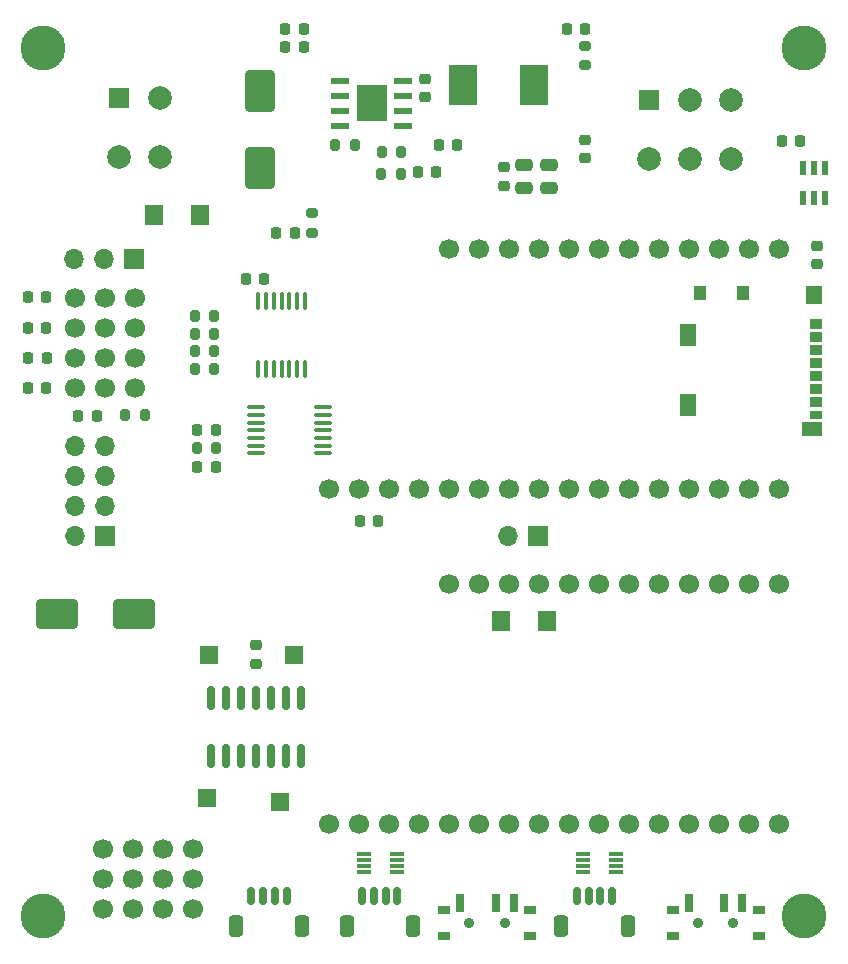
<source format=gbr>
%TF.GenerationSoftware,KiCad,Pcbnew,8.0.3*%
%TF.CreationDate,2024-12-09T22:45:42-06:00*%
%TF.ProjectId,M4_CAN_Feather_Carrier,4d345f43-414e-45f4-9665-61746865725f,6*%
%TF.SameCoordinates,Original*%
%TF.FileFunction,Soldermask,Top*%
%TF.FilePolarity,Negative*%
%FSLAX46Y46*%
G04 Gerber Fmt 4.6, Leading zero omitted, Abs format (unit mm)*
G04 Created by KiCad (PCBNEW 8.0.3) date 2024-12-09 22:45:42*
%MOMM*%
%LPD*%
G01*
G04 APERTURE LIST*
G04 Aperture macros list*
%AMRoundRect*
0 Rectangle with rounded corners*
0 $1 Rounding radius*
0 $2 $3 $4 $5 $6 $7 $8 $9 X,Y pos of 4 corners*
0 Add a 4 corners polygon primitive as box body*
4,1,4,$2,$3,$4,$5,$6,$7,$8,$9,$2,$3,0*
0 Add four circle primitives for the rounded corners*
1,1,$1+$1,$2,$3*
1,1,$1+$1,$4,$5*
1,1,$1+$1,$6,$7*
1,1,$1+$1,$8,$9*
0 Add four rect primitives between the rounded corners*
20,1,$1+$1,$2,$3,$4,$5,0*
20,1,$1+$1,$4,$5,$6,$7,0*
20,1,$1+$1,$6,$7,$8,$9,0*
20,1,$1+$1,$8,$9,$2,$3,0*%
G04 Aperture macros list end*
%ADD10RoundRect,0.250000X1.500000X1.000000X-1.500000X1.000000X-1.500000X-1.000000X1.500000X-1.000000X0*%
%ADD11RoundRect,0.250000X1.000000X-1.500000X1.000000X1.500000X-1.000000X1.500000X-1.000000X-1.500000X0*%
%ADD12RoundRect,0.225000X0.225000X0.250000X-0.225000X0.250000X-0.225000X-0.250000X0.225000X-0.250000X0*%
%ADD13R,1.500000X1.500000*%
%ADD14R,2.600000X3.100000*%
%ADD15R,1.550000X0.600000*%
%ADD16RoundRect,0.200000X0.200000X0.275000X-0.200000X0.275000X-0.200000X-0.275000X0.200000X-0.275000X0*%
%ADD17RoundRect,0.200000X-0.275000X0.200000X-0.275000X-0.200000X0.275000X-0.200000X0.275000X0.200000X0*%
%ADD18RoundRect,0.218750X0.218750X0.256250X-0.218750X0.256250X-0.218750X-0.256250X0.218750X-0.256250X0*%
%ADD19R,1.100000X0.850000*%
%ADD20R,1.100000X0.750000*%
%ADD21R,1.800000X1.170000*%
%ADD22R,1.350000X1.900000*%
%ADD23R,1.000000X1.200000*%
%ADD24R,1.350000X1.550000*%
%ADD25RoundRect,0.250000X-0.475000X0.250000X-0.475000X-0.250000X0.475000X-0.250000X0.475000X0.250000X0*%
%ADD26C,3.800000*%
%ADD27R,1.520000X1.680000*%
%ADD28RoundRect,0.087500X0.537500X0.087500X-0.537500X0.087500X-0.537500X-0.087500X0.537500X-0.087500X0*%
%ADD29RoundRect,0.200000X0.275000X-0.200000X0.275000X0.200000X-0.275000X0.200000X-0.275000X-0.200000X0*%
%ADD30RoundRect,0.225000X-0.250000X0.225000X-0.250000X-0.225000X0.250000X-0.225000X0.250000X0.225000X0*%
%ADD31RoundRect,0.225000X0.250000X-0.225000X0.250000X0.225000X-0.250000X0.225000X-0.250000X-0.225000X0*%
%ADD32RoundRect,0.100000X0.637500X0.100000X-0.637500X0.100000X-0.637500X-0.100000X0.637500X-0.100000X0*%
%ADD33RoundRect,0.225000X-0.225000X-0.250000X0.225000X-0.250000X0.225000X0.250000X-0.225000X0.250000X0*%
%ADD34R,2.350000X3.500000*%
%ADD35RoundRect,0.150000X-0.150000X0.825000X-0.150000X-0.825000X0.150000X-0.825000X0.150000X0.825000X0*%
%ADD36C,1.700000*%
%ADD37R,1.700000X1.700000*%
%ADD38O,1.700000X1.700000*%
%ADD39RoundRect,0.200000X-0.200000X-0.275000X0.200000X-0.275000X0.200000X0.275000X-0.200000X0.275000X0*%
%ADD40RoundRect,0.218750X-0.218750X-0.256250X0.218750X-0.256250X0.218750X0.256250X-0.218750X0.256250X0*%
%ADD41C,0.900000*%
%ADD42R,0.700000X1.500000*%
%ADD43R,1.000000X0.800000*%
%ADD44R,0.500000X1.250000*%
%ADD45RoundRect,0.100000X-0.100000X0.637500X-0.100000X-0.637500X0.100000X-0.637500X0.100000X0.637500X0*%
%ADD46RoundRect,0.150000X0.150000X0.625000X-0.150000X0.625000X-0.150000X-0.625000X0.150000X-0.625000X0*%
%ADD47RoundRect,0.250000X0.350000X0.650000X-0.350000X0.650000X-0.350000X-0.650000X0.350000X-0.650000X0*%
%ADD48R,1.800000X1.800000*%
%ADD49C,2.000000*%
G04 APERTURE END LIST*
D10*
%TO.C,C26*%
X7750000Y-47900000D03*
X1250000Y-47900000D03*
%TD*%
D11*
%TO.C,C1*%
X18400000Y-10130000D03*
X18400000Y-3630000D03*
%TD*%
D12*
%TO.C,C21*%
X14645000Y-32310000D03*
X13095000Y-32310000D03*
%TD*%
D13*
%TO.C,TP4*%
X20100000Y-63800000D03*
%TD*%
D14*
%TO.C,U1*%
X27850000Y-4670000D03*
D15*
X25150000Y-2765000D03*
X25150000Y-4035000D03*
X25150000Y-5305000D03*
X25150000Y-6575000D03*
X30550000Y-6575000D03*
X30550000Y-5305000D03*
X30550000Y-4035000D03*
X30550000Y-2765000D03*
%TD*%
D16*
%TO.C,R7*%
X8625000Y-31100000D03*
X6975000Y-31100000D03*
%TD*%
D17*
%TO.C,R105*%
X22820000Y-13965000D03*
X22820000Y-15615000D03*
%TD*%
D18*
%TO.C,D1*%
X320000Y-21060000D03*
X-1255000Y-21060000D03*
%TD*%
D19*
%TO.C,X3*%
X65465820Y-23395000D03*
X65465820Y-24495000D03*
X65465820Y-25595000D03*
X65465820Y-26695000D03*
X65465820Y-27795000D03*
X65465820Y-28895000D03*
X65465820Y-29995000D03*
D20*
X65465820Y-31045000D03*
D21*
X65115820Y-32255000D03*
D22*
X54640820Y-30230000D03*
X54640820Y-24260000D03*
D23*
X55615820Y-20760000D03*
X59315820Y-20760000D03*
D24*
X65340820Y-20935000D03*
%TD*%
D25*
%TO.C,C8*%
X40790000Y-9910000D03*
X40790000Y-11810000D03*
%TD*%
D18*
%TO.C,D2*%
X320000Y-28752300D03*
X-1255000Y-28752300D03*
%TD*%
%TO.C,D4*%
X320000Y-23672300D03*
X-1255000Y-23672300D03*
%TD*%
D26*
%TO.C,H2*%
X0Y-73500000D03*
%TD*%
D27*
%TO.C,D101*%
X13350000Y-14150000D03*
X9450000Y-14150000D03*
%TD*%
D28*
%TO.C,U7*%
X48520000Y-69750000D03*
X48520000Y-69250000D03*
X48520000Y-68750000D03*
X48520000Y-68250000D03*
X45720000Y-68250000D03*
X45720000Y-68750000D03*
X45720000Y-69250000D03*
X45720000Y-69750000D03*
%TD*%
D26*
%TO.C,H1*%
X0Y0D03*
%TD*%
%TO.C,H4*%
X64500000Y0D03*
%TD*%
D29*
%TO.C,R104*%
X45910000Y-1455000D03*
X45910000Y195000D03*
%TD*%
D30*
%TO.C,C10*%
X45950000Y-7765000D03*
X45950000Y-9315000D03*
%TD*%
D18*
%TO.C,D3*%
X332500Y-26210000D03*
X-1242500Y-26210000D03*
%TD*%
D12*
%TO.C,C3*%
X22090000Y1640000D03*
X20540000Y1640000D03*
%TD*%
D31*
%TO.C,C22*%
X18030000Y-52125000D03*
X18030000Y-50575000D03*
%TD*%
D16*
%TO.C,R3*%
X14537000Y-24168500D03*
X12887000Y-24168500D03*
%TD*%
D32*
%TO.C,U3*%
X23762500Y-34300000D03*
X23762500Y-33650000D03*
X23762500Y-33000000D03*
X23762500Y-32350000D03*
X23762500Y-31700000D03*
X23762500Y-31050000D03*
X23762500Y-30400000D03*
X18037500Y-30400000D03*
X18037500Y-31050000D03*
X18037500Y-31700000D03*
X18037500Y-32350000D03*
X18037500Y-33000000D03*
X18037500Y-33650000D03*
X18037500Y-34300000D03*
%TD*%
D33*
%TO.C,C24*%
X26835000Y-40000000D03*
X28385000Y-40000000D03*
%TD*%
D12*
%TO.C,C20*%
X14652500Y-35470000D03*
X13102500Y-35470000D03*
%TD*%
D34*
%TO.C,L1*%
X35555000Y-3120000D03*
X41605000Y-3120000D03*
%TD*%
D35*
%TO.C,U4*%
X21844000Y-55019400D03*
X20574000Y-55019400D03*
X19304000Y-55019400D03*
X18034000Y-55019400D03*
X16764000Y-55019400D03*
X15494000Y-55019400D03*
X14224000Y-55019400D03*
X14224000Y-59969400D03*
X15494000Y-59969400D03*
X16764000Y-59969400D03*
X18034000Y-59969400D03*
X19304000Y-59969400D03*
X20574000Y-59969400D03*
X21844000Y-59969400D03*
%TD*%
D36*
%TO.C,J3*%
X7787000Y-21132300D03*
X5247000Y-21132300D03*
X2707000Y-21132300D03*
X7787000Y-23672300D03*
X5247000Y-23672300D03*
X2707000Y-23672300D03*
X7787000Y-26212300D03*
X5247000Y-26212300D03*
X2707000Y-26212300D03*
X7787000Y-28752300D03*
X5247000Y-28752300D03*
X2707000Y-28752300D03*
%TD*%
D12*
%TO.C,C11*%
X64150000Y-7900000D03*
X62600000Y-7900000D03*
%TD*%
D37*
%TO.C,J5*%
X7708500Y-17850300D03*
D38*
X5168500Y-17850300D03*
X2628500Y-17850300D03*
%TD*%
D12*
%TO.C,C2*%
X22090000Y70000D03*
X20540000Y70000D03*
%TD*%
D33*
%TO.C,C23*%
X17215000Y-19520000D03*
X18765000Y-19520000D03*
%TD*%
D25*
%TO.C,C7*%
X42830000Y-9910000D03*
X42830000Y-11810000D03*
%TD*%
D36*
%TO.C,J7*%
X5115714Y-67830000D03*
X5115714Y-70370000D03*
X5115714Y-72910000D03*
X7655714Y-67830000D03*
X7655714Y-70370000D03*
X7655714Y-72910000D03*
X10195714Y-67830000D03*
X10195714Y-70370000D03*
X10195714Y-72910000D03*
X12735714Y-67830000D03*
X12735714Y-70370000D03*
X12735714Y-72910000D03*
%TD*%
D39*
%TO.C,R101*%
X24755000Y-8240000D03*
X26405000Y-8240000D03*
%TD*%
D40*
%TO.C,D102*%
X44372500Y1620000D03*
X45947500Y1620000D03*
%TD*%
D28*
%TO.C,U8*%
X30000000Y-69750000D03*
X30000000Y-69250000D03*
X30000000Y-68750000D03*
X30000000Y-68250000D03*
X27200000Y-68250000D03*
X27200000Y-68750000D03*
X27200000Y-69250000D03*
X27200000Y-69750000D03*
%TD*%
D33*
%TO.C,C6*%
X31755000Y-10460000D03*
X33305000Y-10460000D03*
%TD*%
D41*
%TO.C,S2*%
X36120000Y-74100000D03*
X39120000Y-74100000D03*
D42*
X35370000Y-72350000D03*
X38370000Y-72350000D03*
X39870000Y-72350000D03*
D43*
X33970000Y-73000000D03*
X33970000Y-75200000D03*
X41270000Y-73000000D03*
X41270000Y-75200000D03*
%TD*%
D39*
%TO.C,R103*%
X28705000Y-8780000D03*
X30355000Y-8780000D03*
%TD*%
D44*
%TO.C,IC1*%
X64350000Y-12650000D03*
X65300000Y-12650000D03*
X66250000Y-12650000D03*
X66250000Y-10150000D03*
X65300000Y-10150000D03*
X64350000Y-10150000D03*
%TD*%
D41*
%TO.C,S1*%
X55480000Y-74100000D03*
X58480000Y-74100000D03*
D42*
X54730000Y-72350000D03*
X57730000Y-72350000D03*
X59230000Y-72350000D03*
D43*
X53330000Y-73000000D03*
X53330000Y-75200000D03*
X60630000Y-73000000D03*
X60630000Y-75200000D03*
%TD*%
D45*
%TO.C,U5*%
X22175000Y-21437500D03*
X21525000Y-21437500D03*
X20875000Y-21437500D03*
X20225000Y-21437500D03*
X19575000Y-21437500D03*
X18925000Y-21437500D03*
X18275000Y-21437500D03*
X18275000Y-27162500D03*
X18925000Y-27162500D03*
X19575000Y-27162500D03*
X20225000Y-27162500D03*
X20875000Y-27162500D03*
X21525000Y-27162500D03*
X22175000Y-27162500D03*
%TD*%
D37*
%TO.C,J6*%
X41915000Y-41275000D03*
D38*
X39375000Y-41275000D03*
%TD*%
D31*
%TO.C,C5*%
X32390000Y-4175000D03*
X32390000Y-2625000D03*
%TD*%
D27*
%TO.C,D6*%
X38820000Y-48520000D03*
X42720000Y-48520000D03*
%TD*%
D13*
%TO.C,TP3*%
X13900000Y-63450000D03*
%TD*%
D16*
%TO.C,R2*%
X14537000Y-25670000D03*
X12887000Y-25670000D03*
%TD*%
D26*
%TO.C,H3*%
X64500000Y-73500000D03*
%TD*%
D46*
%TO.C,X4*%
X48220000Y-71785000D03*
X47220000Y-71785000D03*
X46220000Y-71785000D03*
X45220000Y-71785000D03*
D47*
X49520000Y-74310000D03*
X43920000Y-74310000D03*
%TD*%
D46*
%TO.C,X1*%
X20660000Y-71818800D03*
X19660000Y-71818800D03*
X18660000Y-71818800D03*
X17660000Y-71818800D03*
D47*
X21960000Y-74343800D03*
X16360000Y-74343800D03*
%TD*%
D46*
%TO.C,X2*%
X30029200Y-71785000D03*
X29029200Y-71785000D03*
X28029200Y-71785000D03*
X27029200Y-71785000D03*
D47*
X31329200Y-74310000D03*
X25729200Y-74310000D03*
%TD*%
D16*
%TO.C,R1*%
X14537000Y-27168500D03*
X12887000Y-27168500D03*
%TD*%
D18*
%TO.C,D8*%
X4577500Y-31140000D03*
X3002500Y-31140000D03*
%TD*%
D37*
%TO.C,J4*%
X5247000Y-41300000D03*
D38*
X2707000Y-41300000D03*
X5247000Y-38760000D03*
X2707000Y-38760000D03*
X5247000Y-36220000D03*
X2707000Y-36220000D03*
X5247000Y-33680000D03*
X2707000Y-33680000D03*
%TD*%
D36*
%TO.C,U2*%
X24270000Y-65705000D03*
X26780000Y-65705000D03*
X29320000Y-65705000D03*
X31860000Y-65705000D03*
X34400000Y-65705000D03*
X36940000Y-65705000D03*
X39480000Y-65705000D03*
X42020000Y-65705000D03*
X44560000Y-65705000D03*
X47100000Y-65705000D03*
X49640000Y-65705000D03*
X52180000Y-65705000D03*
X54720000Y-65705000D03*
X57260000Y-65705000D03*
X59800000Y-65705000D03*
X62340000Y-65705000D03*
X62340000Y-45385000D03*
X59800000Y-45385000D03*
X57260000Y-45385000D03*
X54720000Y-45385000D03*
X52180000Y-45385000D03*
X49640000Y-45385000D03*
X47100000Y-45385000D03*
X44560000Y-45385000D03*
X42020000Y-45385000D03*
X39480000Y-45385000D03*
X36940000Y-45385000D03*
X34400000Y-45385000D03*
%TD*%
D16*
%TO.C,R6*%
X14695000Y-33880000D03*
X13045000Y-33880000D03*
%TD*%
%TO.C,R102*%
X30335000Y-10690000D03*
X28685000Y-10690000D03*
%TD*%
D36*
%TO.C,U6*%
X24270000Y-37325000D03*
X26780000Y-37325000D03*
X29320000Y-37325000D03*
X31860000Y-37325000D03*
X34400000Y-37325000D03*
X36940000Y-37325000D03*
X39480000Y-37325000D03*
X42020000Y-37325000D03*
X44560000Y-37325000D03*
X47100000Y-37325000D03*
X49640000Y-37325000D03*
X52180000Y-37325000D03*
X54720000Y-37325000D03*
X57260000Y-37325000D03*
X59800000Y-37325000D03*
X62340000Y-37325000D03*
X62340000Y-17005000D03*
X59800000Y-17005000D03*
X57260000Y-17005000D03*
X54720000Y-17005000D03*
X52180000Y-17005000D03*
X49640000Y-17005000D03*
X47100000Y-17005000D03*
X44560000Y-17005000D03*
X42020000Y-17005000D03*
X39480000Y-17005000D03*
X36940000Y-17005000D03*
X34400000Y-17005000D03*
%TD*%
D13*
%TO.C,TP1*%
X21300000Y-51347600D03*
%TD*%
D40*
%TO.C,D103*%
X19772500Y-15680000D03*
X21347500Y-15680000D03*
%TD*%
D13*
%TO.C,TP2*%
X14122400Y-51347600D03*
%TD*%
D48*
%TO.C,J1*%
X6450000Y-4250000D03*
D49*
X6450000Y-9250000D03*
X9950000Y-4250000D03*
X9950000Y-9250000D03*
%TD*%
D30*
%TO.C,C9*%
X39020000Y-10105000D03*
X39020000Y-11655000D03*
%TD*%
D16*
%TO.C,R4*%
X14537000Y-22670000D03*
X12887000Y-22670000D03*
%TD*%
D48*
%TO.C,J2*%
X51300000Y-4400000D03*
D49*
X51300000Y-9400000D03*
X54800000Y-4400000D03*
X54800000Y-9400000D03*
X58300000Y-4400000D03*
X58300000Y-9400000D03*
%TD*%
D31*
%TO.C,C25*%
X65600000Y-18275000D03*
X65600000Y-16725000D03*
%TD*%
D33*
%TO.C,C4*%
X33535000Y-8240000D03*
X35085000Y-8240000D03*
%TD*%
M02*

</source>
